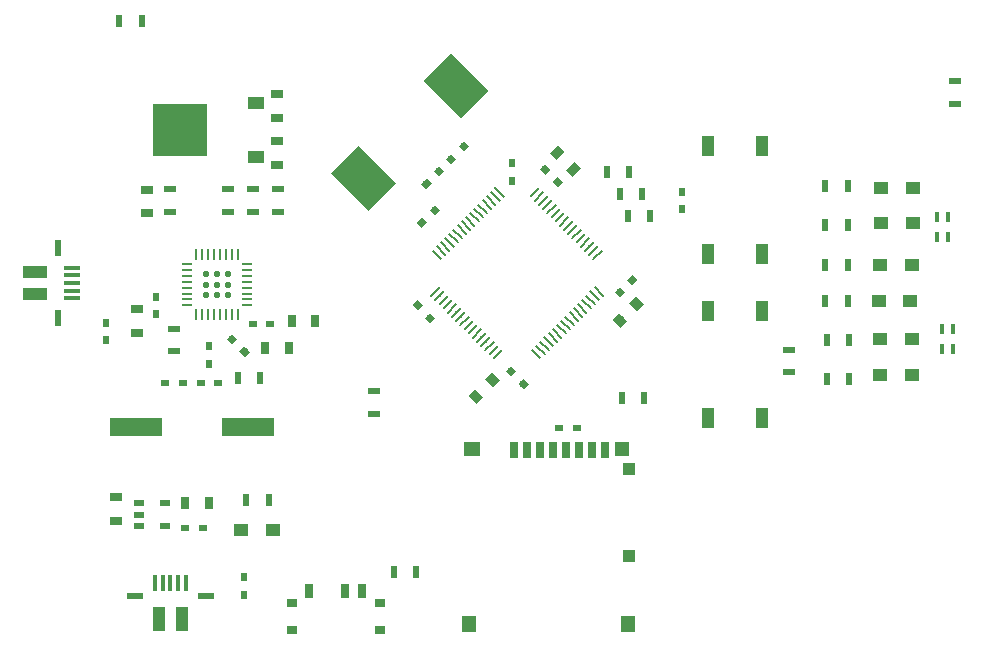
<source format=gtp>
G04 #@! TF.GenerationSoftware,KiCad,Pcbnew,(2017-08-04 revision 7bf9f8e1c)-master*
G04 #@! TF.CreationDate,2018-06-13T20:52:22+02:00*
G04 #@! TF.ProjectId,pcb-f2-a,7063622D66322D612E6B696361645F70,rev?*
G04 #@! TF.SameCoordinates,Original*
G04 #@! TF.FileFunction,Paste,Top*
G04 #@! TF.FilePolarity,Positive*
%FSLAX46Y46*%
G04 Gerber Fmt 4.6, Leading zero omitted, Abs format (unit mm)*
G04 Created by KiCad (PCBNEW (2017-08-04 revision 7bf9f8e1c)-master) date Wed Jun 13 20:52:22 2018*
%MOMM*%
%LPD*%
G01*
G04 APERTURE LIST*
%ADD10O,0.192000X0.352000*%
%ADD11O,0.352000X0.192000*%
%ADD12C,0.570000*%
%ADD13R,0.192000X0.800000*%
%ADD14R,0.800000X0.192000*%
%ADD15R,0.800000X1.000000*%
%ADD16R,4.400000X1.600000*%
%ADD17R,1.119632X1.680464*%
%ADD18C,0.600000*%
%ADD19C,0.100000*%
%ADD20R,0.600000X0.640000*%
%ADD21C,0.800000*%
%ADD22R,1.000000X0.800000*%
%ADD23R,0.640000X0.600000*%
%ADD24R,1.200000X1.040000*%
%ADD25R,0.460000X0.840000*%
%ADD26R,1.461008X0.560832*%
%ADD27R,1.139952X1.999488*%
%ADD28R,0.319024X1.400048*%
%ADD29R,1.400048X0.319024*%
%ADD30R,1.999488X1.139952*%
%ADD31R,0.560832X1.461008*%
%ADD32R,0.640080X1.343152*%
%ADD33R,1.280160X1.200912*%
%ADD34R,1.359408X1.200912*%
%ADD35R,1.200912X1.359408*%
%ADD36R,1.032256X1.040384*%
%ADD37R,1.032256X1.119632*%
%ADD38R,0.560000X1.040000*%
%ADD39R,1.040000X0.560000*%
%ADD40R,0.960000X0.640000*%
%ADD41R,0.640000X1.280000*%
%ADD42C,0.199136*%
%ADD43C,0.199136*%
%ADD44R,1.359408X1.040384*%
%ADD45R,4.559808X4.399280*%
%ADD46R,0.848000X0.520000*%
%ADD47C,3.279648*%
G04 APERTURE END LIST*
D10*
X69687500Y-102382500D03*
X69187500Y-102382500D03*
X68687500Y-102382500D03*
X68187500Y-102382500D03*
X67687500Y-102382500D03*
X67187500Y-102382500D03*
X66687500Y-102382500D03*
D11*
X65692500Y-101887500D03*
X65692500Y-101387500D03*
X65692500Y-100887500D03*
X65692500Y-100387500D03*
X65692500Y-99887500D03*
X65692500Y-99387500D03*
X65692500Y-98887500D03*
D10*
X66187500Y-97892500D03*
X66687500Y-97892500D03*
X67187500Y-97892500D03*
X67687500Y-97892500D03*
X68187500Y-97892500D03*
X68687500Y-97892500D03*
X69187500Y-97892500D03*
D11*
X70182500Y-98387500D03*
X70182500Y-98887500D03*
X70182500Y-99387500D03*
X70182500Y-99887500D03*
X70182500Y-100387500D03*
X70182500Y-100887500D03*
X70182500Y-101387500D03*
D12*
X68837500Y-101037500D03*
X67937500Y-101037500D03*
X67037500Y-101037500D03*
X68837500Y-100137500D03*
X67937500Y-100137500D03*
X67037500Y-100137500D03*
X68837500Y-99237500D03*
X67937500Y-99237500D03*
X67037500Y-99237500D03*
D13*
X69687500Y-102782500D03*
X69187500Y-102782500D03*
X68687500Y-102782500D03*
X68187500Y-102782500D03*
X67687500Y-102782500D03*
X67187500Y-102782500D03*
X66687500Y-102782500D03*
D10*
X66187500Y-102382500D03*
D14*
X65292500Y-101887500D03*
X65292500Y-101387500D03*
X65292500Y-100887500D03*
X65292500Y-100387500D03*
X65292500Y-99887500D03*
X65292500Y-99387500D03*
X65292500Y-98887500D03*
D11*
X65692500Y-98387500D03*
D13*
X66187500Y-97492500D03*
X66687500Y-97492500D03*
X67187500Y-97492500D03*
X67687500Y-97492500D03*
X68187500Y-97492500D03*
X68687500Y-97492500D03*
X69187500Y-97492500D03*
D10*
X69687500Y-97892500D03*
D14*
X70582500Y-98387500D03*
X70582500Y-98887500D03*
X70582500Y-99387500D03*
X70582500Y-99887500D03*
X70582500Y-100387500D03*
X70582500Y-100887500D03*
X70582500Y-101387500D03*
D11*
X70182500Y-101887500D03*
D13*
X66187500Y-102782500D03*
D14*
X65292500Y-98387500D03*
D13*
X69687500Y-97492500D03*
D14*
X70582500Y-101887500D03*
D15*
X67250000Y-118650000D03*
X65250000Y-118650000D03*
D16*
X70550000Y-112200000D03*
X61050000Y-112200000D03*
D17*
X114050440Y-88400860D03*
X114050440Y-97499140D03*
X109549560Y-88400860D03*
X109549560Y-97499140D03*
X114050440Y-102350860D03*
X114050440Y-111449140D03*
X109549560Y-102350860D03*
X109549560Y-111449140D03*
D18*
X84919670Y-101869670D03*
D19*
G36*
X84481264Y-101855528D02*
X84905528Y-101431264D01*
X85358076Y-101883812D01*
X84933812Y-102308076D01*
X84481264Y-101855528D01*
X84481264Y-101855528D01*
G37*
D18*
X85980330Y-102930330D03*
D19*
G36*
X85541924Y-102916188D02*
X85966188Y-102491924D01*
X86418736Y-102944472D01*
X85994472Y-103368736D01*
X85541924Y-102916188D01*
X85541924Y-102916188D01*
G37*
D18*
X86380330Y-93819670D03*
D19*
G36*
X86394472Y-93381264D02*
X86818736Y-93805528D01*
X86366188Y-94258076D01*
X85941924Y-93833812D01*
X86394472Y-93381264D01*
X86394472Y-93381264D01*
G37*
D18*
X85319670Y-94880330D03*
D19*
G36*
X85333812Y-94441924D02*
X85758076Y-94866188D01*
X85305528Y-95318736D01*
X84881264Y-94894472D01*
X85333812Y-94441924D01*
X85333812Y-94441924D01*
G37*
D18*
X95719670Y-90369670D03*
D19*
G36*
X96158076Y-90383812D02*
X95733812Y-90808076D01*
X95281264Y-90355528D01*
X95705528Y-89931264D01*
X96158076Y-90383812D01*
X96158076Y-90383812D01*
G37*
D18*
X96780330Y-91430330D03*
D19*
G36*
X97218736Y-91444472D02*
X96794472Y-91868736D01*
X96341924Y-91416188D01*
X96766188Y-90991924D01*
X97218736Y-91444472D01*
X97218736Y-91444472D01*
G37*
D20*
X92900000Y-89850000D03*
X92900000Y-91350000D03*
D18*
X92819670Y-107469670D03*
D19*
G36*
X93258076Y-107483812D02*
X92833812Y-107908076D01*
X92381264Y-107455528D01*
X92805528Y-107031264D01*
X93258076Y-107483812D01*
X93258076Y-107483812D01*
G37*
D18*
X93880330Y-108530330D03*
D19*
G36*
X94318736Y-108544472D02*
X93894472Y-108968736D01*
X93441924Y-108516188D01*
X93866188Y-108091924D01*
X94318736Y-108544472D01*
X94318736Y-108544472D01*
G37*
D18*
X103130330Y-99719670D03*
D19*
G36*
X103144472Y-99281264D02*
X103568736Y-99705528D01*
X103116188Y-100158076D01*
X102691924Y-99733812D01*
X103144472Y-99281264D01*
X103144472Y-99281264D01*
G37*
D18*
X102069670Y-100780330D03*
D19*
G36*
X102083812Y-100341924D02*
X102508076Y-100766188D01*
X102055528Y-101218736D01*
X101631264Y-100794472D01*
X102083812Y-100341924D01*
X102083812Y-100341924D01*
G37*
D21*
X98157107Y-90357107D03*
D19*
G36*
X98793503Y-90286396D02*
X98086396Y-90993503D01*
X97520711Y-90427818D01*
X98227818Y-89720711D01*
X98793503Y-90286396D01*
X98793503Y-90286396D01*
G37*
D21*
X96742893Y-88942893D03*
D19*
G36*
X97379289Y-88872182D02*
X96672182Y-89579289D01*
X96106497Y-89013604D01*
X96813604Y-88306497D01*
X97379289Y-88872182D01*
X97379289Y-88872182D01*
G37*
D22*
X59424999Y-118110000D03*
X59424999Y-120110000D03*
D23*
X65250000Y-120750000D03*
X66750000Y-120750000D03*
D22*
X73000000Y-84000000D03*
X73000000Y-86000000D03*
X73000000Y-90000000D03*
X73000000Y-88000000D03*
D21*
X91257107Y-108192893D03*
D19*
G36*
X91186396Y-107556497D02*
X91893503Y-108263604D01*
X91327818Y-108829289D01*
X90620711Y-108122182D01*
X91186396Y-107556497D01*
X91186396Y-107556497D01*
G37*
D21*
X89842893Y-109607107D03*
D19*
G36*
X89772182Y-108970711D02*
X90479289Y-109677818D01*
X89913604Y-110243503D01*
X89206497Y-109536396D01*
X89772182Y-108970711D01*
X89772182Y-108970711D01*
G37*
D21*
X102042893Y-103157107D03*
D19*
G36*
X102113604Y-103793503D02*
X101406497Y-103086396D01*
X101972182Y-102520711D01*
X102679289Y-103227818D01*
X102113604Y-103793503D01*
X102113604Y-103793503D01*
G37*
D21*
X103457107Y-101742893D03*
D19*
G36*
X103527818Y-102379289D02*
X102820711Y-101672182D01*
X103386396Y-101106497D01*
X104093503Y-101813604D01*
X103527818Y-102379289D01*
X103527818Y-102379289D01*
G37*
D20*
X107300000Y-92250000D03*
X107300000Y-93750000D03*
D18*
X88830330Y-88419670D03*
D19*
G36*
X88816188Y-88858076D02*
X88391924Y-88433812D01*
X88844472Y-87981264D01*
X89268736Y-88405528D01*
X88816188Y-88858076D01*
X88816188Y-88858076D01*
G37*
D18*
X87769670Y-89480330D03*
D19*
G36*
X87755528Y-89918736D02*
X87331264Y-89494472D01*
X87783812Y-89041924D01*
X88208076Y-89466188D01*
X87755528Y-89918736D01*
X87755528Y-89918736D01*
G37*
D18*
X86730330Y-90519670D03*
D19*
G36*
X86744472Y-90081264D02*
X87168736Y-90505528D01*
X86716188Y-90958076D01*
X86291924Y-90533812D01*
X86744472Y-90081264D01*
X86744472Y-90081264D01*
G37*
D18*
X85669670Y-91580330D03*
D19*
G36*
X85683812Y-91141924D02*
X86108076Y-91566188D01*
X85655528Y-92018736D01*
X85231264Y-91594472D01*
X85683812Y-91141924D01*
X85683812Y-91141924D01*
G37*
D20*
X67300000Y-105350000D03*
X67300000Y-106850000D03*
D18*
X70280330Y-105780330D03*
D19*
G36*
X69841924Y-105766188D02*
X70266188Y-105341924D01*
X70718736Y-105794472D01*
X70294472Y-106218736D01*
X69841924Y-105766188D01*
X69841924Y-105766188D01*
G37*
D18*
X69219670Y-104719670D03*
D19*
G36*
X68781264Y-104705528D02*
X69205528Y-104281264D01*
X69658076Y-104733812D01*
X69233812Y-105158076D01*
X68781264Y-104705528D01*
X68781264Y-104705528D01*
G37*
D20*
X62750000Y-101150000D03*
X62750000Y-102650000D03*
D22*
X61150000Y-102200000D03*
X61150000Y-104200000D03*
D23*
X70950000Y-103450000D03*
X72450000Y-103450000D03*
D22*
X62000000Y-94100000D03*
X62000000Y-92100000D03*
D23*
X63550000Y-108500000D03*
X65050000Y-108500000D03*
X66550000Y-108500000D03*
X68050000Y-108500000D03*
X96900000Y-112300000D03*
X98400000Y-112300000D03*
D15*
X74250000Y-103200000D03*
X76250000Y-103200000D03*
X74000000Y-105500000D03*
X72000000Y-105500000D03*
D24*
X124048002Y-98440000D03*
X126748002Y-98440000D03*
X126748001Y-107740001D03*
X124048001Y-107740001D03*
X126848000Y-94940000D03*
X124148000Y-94940000D03*
X124048000Y-104740000D03*
X126748000Y-104740000D03*
X124148000Y-91939999D03*
X126848000Y-91939999D03*
X126648000Y-101540000D03*
X123948000Y-101540000D03*
X72665000Y-120905000D03*
X69965000Y-120905000D03*
D20*
X58550000Y-104850000D03*
X58550000Y-103350000D03*
X70250000Y-124900000D03*
X70250000Y-126400000D03*
D25*
X128935500Y-94365000D03*
X129860500Y-94365000D03*
X129860500Y-96115000D03*
X128935500Y-96115000D03*
X129335500Y-105615000D03*
X130260500Y-105615000D03*
X130260500Y-103865000D03*
X129335500Y-103865000D03*
D26*
X66987040Y-126500740D03*
X61012960Y-126500740D03*
D27*
X64962660Y-128448920D03*
X63037340Y-128448920D03*
D28*
X65300480Y-125375520D03*
X64650240Y-125375520D03*
X64000000Y-125375520D03*
X63349760Y-125375520D03*
X62699520Y-125375520D03*
D29*
X55624480Y-98699520D03*
X55624480Y-99349760D03*
X55624480Y-100000000D03*
X55624480Y-100650240D03*
X55624480Y-101300480D03*
D30*
X52551080Y-99037340D03*
X52551080Y-100962660D03*
D31*
X54499260Y-97012960D03*
X54499260Y-102987040D03*
D32*
X93099320Y-114139740D03*
X94199140Y-114139740D03*
X95298960Y-114139740D03*
X96398780Y-114139740D03*
X97501140Y-114139740D03*
X98600960Y-114139740D03*
X99700780Y-114139740D03*
X100800600Y-114139740D03*
D33*
X102210300Y-114050840D03*
D34*
X89550940Y-114050840D03*
D35*
X102748780Y-128899680D03*
X89251220Y-128899680D03*
D36*
X102855460Y-115699300D03*
D37*
X102855460Y-123100860D03*
D38*
X61550000Y-77850000D03*
X59650000Y-77850000D03*
X104100000Y-109700000D03*
X102200000Y-109700000D03*
X102700000Y-94300000D03*
X104600000Y-94300000D03*
X102850000Y-90600000D03*
X100950000Y-90600000D03*
D39*
X116350000Y-107550000D03*
X116350000Y-105650000D03*
X73100000Y-92050000D03*
X73100000Y-93950000D03*
X71000000Y-93950000D03*
X71000000Y-92050000D03*
X68900000Y-92050000D03*
X68900000Y-93950000D03*
X64000000Y-93950000D03*
X64000000Y-92050000D03*
D38*
X84800000Y-124450000D03*
X82900000Y-124450000D03*
D39*
X130450000Y-84800000D03*
X130450000Y-82900000D03*
X81200000Y-109150000D03*
X81200000Y-111050000D03*
X64300000Y-103850000D03*
X64300000Y-105750000D03*
D38*
X102050000Y-92450000D03*
X103950000Y-92450000D03*
X121348000Y-98440000D03*
X119448000Y-98440000D03*
X119548000Y-108140000D03*
X121448000Y-108140000D03*
X121348000Y-95040000D03*
X119448000Y-95040000D03*
X121448000Y-104840000D03*
X119548000Y-104840000D03*
X119447999Y-91740000D03*
X121347999Y-91740000D03*
X119448000Y-101540000D03*
X121348000Y-101540000D03*
X72315000Y-118355000D03*
X70415000Y-118355000D03*
X71600000Y-108050000D03*
X69700000Y-108050000D03*
D40*
X81750000Y-129350000D03*
X81750000Y-127050000D03*
X74250000Y-129350000D03*
X74250000Y-127050000D03*
D41*
X75750000Y-126050000D03*
X78750000Y-126050000D03*
X80250000Y-126050000D03*
D42*
X91850297Y-92298354D03*
D19*
G36*
X91489650Y-91796896D02*
X92351755Y-92659001D01*
X92210944Y-92799812D01*
X91348839Y-91937707D01*
X91489650Y-91796896D01*
X91489650Y-91796896D01*
G37*
D42*
X91496475Y-92652176D03*
D43*
X91857122Y-93012823D02*
X91135828Y-92291529D01*
D42*
X91142653Y-93005998D03*
D43*
X91503300Y-93366645D02*
X90782006Y-92645351D01*
D42*
X90788831Y-93359820D03*
D43*
X91149478Y-93720467D02*
X90428184Y-92999173D01*
D42*
X90435009Y-93713642D03*
D43*
X90795656Y-94074289D02*
X90074362Y-93352995D01*
D42*
X90082983Y-94065668D03*
D43*
X90443630Y-94426315D02*
X89722336Y-93705021D01*
D42*
X89729161Y-94419491D03*
D43*
X90089808Y-94780138D02*
X89368514Y-94058844D01*
D42*
X89375339Y-94773313D03*
D43*
X89735986Y-95133960D02*
X89014692Y-94412666D01*
D42*
X89021517Y-95127135D03*
D43*
X89382164Y-95487782D02*
X88660870Y-94766488D01*
D42*
X88667694Y-95480957D03*
D43*
X89028341Y-95841604D02*
X88307047Y-95120310D01*
D42*
X88313872Y-95834779D03*
D43*
X88674519Y-96195426D02*
X87953225Y-95474132D01*
D42*
X87961846Y-96186805D03*
D43*
X88322493Y-96547452D02*
X87601199Y-95826158D01*
D42*
X87608024Y-96540627D03*
D43*
X87968671Y-96901274D02*
X87247377Y-96179980D01*
D42*
X87254202Y-96894449D03*
D43*
X87614849Y-97255096D02*
X86893555Y-96533802D01*
D42*
X86900380Y-97248271D03*
D43*
X87261027Y-97608918D02*
X86539733Y-96887624D01*
D42*
X86546558Y-97602093D03*
D43*
X86907205Y-97962740D02*
X86185911Y-97241446D01*
D42*
X86433407Y-100714650D03*
D43*
X86794054Y-100354003D02*
X86072760Y-101075297D01*
D42*
X86787229Y-101068472D03*
D43*
X87147876Y-100707825D02*
X86426582Y-101429119D01*
D42*
X87141051Y-101422294D03*
D43*
X87501698Y-101061647D02*
X86780404Y-101782941D01*
D42*
X87494873Y-101776116D03*
D43*
X87855520Y-101415469D02*
X87134226Y-102136763D01*
D42*
X87848695Y-102129938D03*
D43*
X88209342Y-101769291D02*
X87488048Y-102490585D01*
D42*
X88200721Y-102481964D03*
D43*
X88561368Y-102121317D02*
X87840074Y-102842611D01*
D42*
X88554543Y-102835787D03*
D43*
X88915190Y-102475140D02*
X88193896Y-103196434D01*
D42*
X88908365Y-103189609D03*
D43*
X89269012Y-102828962D02*
X88547718Y-103550256D01*
D42*
X89262187Y-103543431D03*
D43*
X89622834Y-103182784D02*
X88901540Y-103904078D01*
D42*
X89616010Y-103897253D03*
D43*
X89976657Y-103536606D02*
X89255363Y-104257900D01*
D42*
X89969832Y-104251075D03*
D43*
X90330479Y-103890428D02*
X89609185Y-104611722D01*
D42*
X90321858Y-104603101D03*
D43*
X90682505Y-104242454D02*
X89961211Y-104963748D01*
D42*
X90675680Y-104956923D03*
D43*
X91036327Y-104596276D02*
X90315033Y-105317570D01*
D42*
X91029502Y-105310745D03*
D43*
X91390149Y-104950098D02*
X90668855Y-105671392D01*
D42*
X91383324Y-105664567D03*
D43*
X91743971Y-105303920D02*
X91022677Y-106025214D01*
D42*
X91737146Y-106018389D03*
D43*
X92097793Y-105657742D02*
X91376499Y-106379036D01*
D42*
X94962854Y-106018389D03*
D43*
X95323501Y-106379036D02*
X94602207Y-105657742D01*
D42*
X95316676Y-105664567D03*
D43*
X95677323Y-106025214D02*
X94956029Y-105303920D01*
D42*
X95670498Y-105310745D03*
D43*
X96031145Y-105671392D02*
X95309851Y-104950098D01*
D42*
X96024320Y-104956923D03*
D43*
X96384967Y-105317570D02*
X95663673Y-104596276D01*
D42*
X96378142Y-104603101D03*
D43*
X96738789Y-104963748D02*
X96017495Y-104242454D01*
D42*
X96730168Y-104251075D03*
D43*
X97090815Y-104611722D02*
X96369521Y-103890428D01*
D42*
X97083990Y-103897253D03*
D43*
X97444637Y-104257900D02*
X96723343Y-103536606D01*
D42*
X97437813Y-103543431D03*
D43*
X97798460Y-103904078D02*
X97077166Y-103182784D01*
D42*
X97791635Y-103189609D03*
D43*
X98152282Y-103550256D02*
X97430988Y-102828962D01*
D42*
X98145457Y-102835787D03*
D43*
X98506104Y-103196434D02*
X97784810Y-102475140D01*
D42*
X98499279Y-102481964D03*
D43*
X98859926Y-102842611D02*
X98138632Y-102121317D01*
D42*
X98851305Y-102129938D03*
D43*
X99211952Y-102490585D02*
X98490658Y-101769291D01*
D42*
X99205127Y-101776116D03*
D43*
X99565774Y-102136763D02*
X98844480Y-101415469D01*
D42*
X99558949Y-101422294D03*
D43*
X99919596Y-101782941D02*
X99198302Y-101061647D01*
D42*
X99912771Y-101068472D03*
D43*
X100273418Y-101429119D02*
X99552124Y-100707825D01*
D42*
X100266593Y-100714650D03*
D43*
X100627240Y-101075297D02*
X99905946Y-100354003D01*
D42*
X100153442Y-97602093D03*
D43*
X100514089Y-97241446D02*
X99792795Y-97962740D01*
D42*
X99799620Y-97248271D03*
D43*
X100160267Y-96887624D02*
X99438973Y-97608918D01*
D42*
X99091976Y-96540627D03*
D43*
X99452623Y-96179980D02*
X98731329Y-96901274D01*
D42*
X99458370Y-96881877D03*
D43*
X99819017Y-96521230D02*
X99097723Y-97242524D01*
D42*
X98738154Y-96186805D03*
D43*
X99098801Y-95826158D02*
X98377507Y-96547452D01*
D42*
X98386128Y-95834779D03*
D43*
X98746775Y-95474132D02*
X98025481Y-96195426D01*
D42*
X98032306Y-95480957D03*
D43*
X98392953Y-95120310D02*
X97671659Y-95841604D01*
D42*
X97678483Y-95127135D03*
D43*
X98039130Y-94766488D02*
X97317836Y-95487782D01*
D42*
X97324661Y-94773313D03*
D43*
X97685308Y-94412666D02*
X96964014Y-95133960D01*
D42*
X96970839Y-94419491D03*
D43*
X97331486Y-94058844D02*
X96610192Y-94780138D01*
D42*
X96622405Y-94071057D03*
D43*
X96983052Y-93710410D02*
X96261758Y-94431704D01*
D42*
X96268583Y-93717234D03*
D43*
X96629230Y-93356587D02*
X95907936Y-94077881D01*
D42*
X95914761Y-93363412D03*
D43*
X96275408Y-93002765D02*
X95554114Y-93724059D01*
D42*
X95560939Y-93009590D03*
D43*
X95921586Y-92648943D02*
X95200292Y-93370237D01*
D42*
X95208913Y-92657564D03*
D43*
X95569560Y-92296917D02*
X94848266Y-93018211D01*
D42*
X94855091Y-92303742D03*
D43*
X95215738Y-91943095D02*
X94494444Y-92664389D01*
D44*
X71220720Y-89286000D03*
X71220720Y-84714000D03*
D45*
X64779280Y-87000000D03*
D46*
X61325000Y-118660000D03*
X61325000Y-119610000D03*
X61325000Y-120560000D03*
X63525000Y-120560000D03*
X63525000Y-118660000D03*
D47*
X88174372Y-83275628D03*
D19*
G36*
X88598959Y-86019276D02*
X85430724Y-82851041D01*
X87749785Y-80531980D01*
X90918020Y-83700215D01*
X88598959Y-86019276D01*
X88598959Y-86019276D01*
G37*
D47*
X80325628Y-91124372D03*
D19*
G36*
X80750215Y-93868020D02*
X77581980Y-90699785D01*
X79901041Y-88380724D01*
X83069276Y-91548959D01*
X80750215Y-93868020D01*
X80750215Y-93868020D01*
G37*
M02*

</source>
